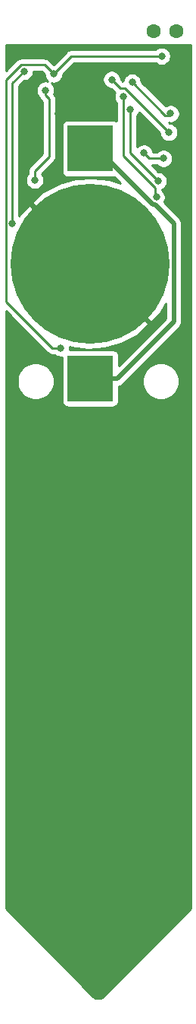
<source format=gbr>
G04 #@! TF.GenerationSoftware,KiCad,Pcbnew,(5.1.6)-1*
G04 #@! TF.CreationDate,2021-05-25T10:57:31+03:00*
G04 #@! TF.ProjectId,parasite,70617261-7369-4746-952e-6b696361645f,1.0.0*
G04 #@! TF.SameCoordinates,Original*
G04 #@! TF.FileFunction,Copper,L2,Bot*
G04 #@! TF.FilePolarity,Positive*
%FSLAX46Y46*%
G04 Gerber Fmt 4.6, Leading zero omitted, Abs format (unit mm)*
G04 Created by KiCad (PCBNEW (5.1.6)-1) date 2021-05-25 10:57:31*
%MOMM*%
%LPD*%
G01*
G04 APERTURE LIST*
G04 #@! TA.AperFunction,ComponentPad*
%ADD10C,1.600000*%
G04 #@! TD*
G04 #@! TA.AperFunction,SMDPad,CuDef*
%ADD11C,17.800000*%
G04 #@! TD*
G04 #@! TA.AperFunction,SMDPad,CuDef*
%ADD12R,5.100000X5.100000*%
G04 #@! TD*
G04 #@! TA.AperFunction,ViaPad*
%ADD13C,0.800000*%
G04 #@! TD*
G04 #@! TA.AperFunction,Conductor*
%ADD14C,0.250000*%
G04 #@! TD*
G04 #@! TA.AperFunction,Conductor*
%ADD15C,0.500000*%
G04 #@! TD*
G04 #@! TA.AperFunction,Conductor*
%ADD16C,0.254000*%
G04 #@! TD*
G04 APERTURE END LIST*
D10*
X74210000Y-29050000D03*
X76750000Y-29050000D03*
D11*
X67100000Y-54900000D03*
D12*
X67100000Y-42100000D03*
X67100000Y-67700000D03*
D13*
X68700000Y-60700000D03*
X65800000Y-61100000D03*
X74800000Y-53800000D03*
X74800000Y-54700000D03*
X71300000Y-52400000D03*
X72200000Y-52400000D03*
X63500000Y-51400000D03*
X63500000Y-50500000D03*
X63500000Y-49600000D03*
X67198744Y-55038241D03*
X64100000Y-55237500D03*
X65862500Y-55237500D03*
X63500000Y-38200000D03*
X64700000Y-38200000D03*
X65800000Y-38200000D03*
X67100000Y-38200000D03*
X67100000Y-67700000D03*
X67800000Y-67000000D03*
X68550000Y-66250000D03*
X63000000Y-33800000D03*
X75100000Y-31800000D03*
X63800000Y-64300000D03*
X62100000Y-35600000D03*
X60900000Y-45600000D03*
X58400000Y-50400000D03*
X59699999Y-33500000D03*
X71800000Y-34700000D03*
X76100000Y-38200000D03*
X69500000Y-34400000D03*
X75900000Y-40300000D03*
X69500000Y-34400000D03*
X75300000Y-43200000D03*
X73119000Y-42600000D03*
X74700000Y-45700000D03*
X71600000Y-37700000D03*
X70800000Y-36300000D03*
X74493886Y-47510431D03*
D14*
X63225000Y-38275000D02*
X63300000Y-38200000D01*
X63200000Y-38200000D02*
X64500000Y-38200000D01*
X65800000Y-38200000D02*
X67100000Y-38200000D01*
D15*
X76450001Y-61399999D02*
X76450001Y-50450001D01*
X70150000Y-67700000D02*
X76450001Y-61399999D01*
X67100000Y-67700000D02*
X70150000Y-67700000D01*
X67825453Y-42100000D02*
X67100000Y-42100000D01*
X74085885Y-48360432D02*
X67825453Y-42100000D01*
X74360432Y-48360432D02*
X74085885Y-48360432D01*
X76450001Y-50450001D02*
X74360432Y-48360432D01*
D14*
X65000000Y-31800000D02*
X75100000Y-31800000D01*
X63000000Y-33800000D02*
X65000000Y-31800000D01*
X62846998Y-64300000D02*
X63800000Y-64300000D01*
X59351998Y-32774999D02*
X57674999Y-34451998D01*
X57674999Y-59128001D02*
X62846998Y-64300000D01*
X57674999Y-34451998D02*
X57674999Y-59128001D01*
X61974999Y-32774999D02*
X59351998Y-32774999D01*
X63000000Y-33800000D02*
X61974999Y-32774999D01*
X62100000Y-36165685D02*
X62500000Y-36565685D01*
X62100000Y-35600000D02*
X62100000Y-36165685D01*
X62500000Y-36565685D02*
X62500000Y-43000000D01*
X62500000Y-43000000D02*
X60900000Y-44600000D01*
X60900000Y-44600000D02*
X60900000Y-45600000D01*
X58400000Y-34799999D02*
X58400000Y-50400000D01*
X59699999Y-33500000D02*
X58400000Y-34799999D01*
X71800000Y-34700000D02*
X75500000Y-38400000D01*
X75900000Y-38400000D02*
X76100000Y-38200000D01*
X75500000Y-38400000D02*
X75900000Y-38400000D01*
X71000001Y-35400001D02*
X75900000Y-40300000D01*
X69500000Y-34400000D02*
X69899999Y-34799999D01*
X70500001Y-35400001D02*
X69500000Y-34400000D01*
X71000001Y-35400001D02*
X70500001Y-35400001D01*
X73719000Y-43200000D02*
X73119000Y-42600000D01*
X75300000Y-43200000D02*
X73719000Y-43200000D01*
X74700000Y-45700000D02*
X71600000Y-42600000D01*
X71600000Y-42600000D02*
X71600000Y-37700000D01*
X74400000Y-47500000D02*
X74400000Y-46500000D01*
X74400000Y-46500000D02*
X70800000Y-42900000D01*
X70800000Y-42900000D02*
X70800000Y-36300000D01*
D16*
G36*
X78340001Y-126726618D02*
G01*
X68556139Y-136510479D01*
X68417802Y-136624109D01*
X68288623Y-136693375D01*
X68148451Y-136736230D01*
X68002623Y-136751043D01*
X67856695Y-136737248D01*
X67716222Y-136695371D01*
X67586563Y-136627010D01*
X67448982Y-136515599D01*
X57660000Y-126726620D01*
X57660000Y-67794731D01*
X58915870Y-67794731D01*
X58915870Y-68205269D01*
X58995962Y-68607918D01*
X59153068Y-68987206D01*
X59381151Y-69328555D01*
X59671445Y-69618849D01*
X60012794Y-69846932D01*
X60392082Y-70004038D01*
X60794731Y-70084130D01*
X61205269Y-70084130D01*
X61607918Y-70004038D01*
X61987206Y-69846932D01*
X62328555Y-69618849D01*
X62618849Y-69328555D01*
X62846932Y-68987206D01*
X63004038Y-68607918D01*
X63084130Y-68205269D01*
X63084130Y-67794731D01*
X63004038Y-67392082D01*
X62846932Y-67012794D01*
X62618849Y-66671445D01*
X62328555Y-66381151D01*
X61987206Y-66153068D01*
X61607918Y-65995962D01*
X61205269Y-65915870D01*
X60794731Y-65915870D01*
X60392082Y-65995962D01*
X60012794Y-66153068D01*
X59671445Y-66381151D01*
X59381151Y-66671445D01*
X59153068Y-67012794D01*
X58995962Y-67392082D01*
X58915870Y-67794731D01*
X57660000Y-67794731D01*
X57660000Y-60187803D01*
X62283199Y-64811003D01*
X62306997Y-64840001D01*
X62335995Y-64863799D01*
X62422721Y-64934974D01*
X62554751Y-65005546D01*
X62698012Y-65049003D01*
X62809665Y-65060000D01*
X62809674Y-65060000D01*
X62846997Y-65063676D01*
X62884320Y-65060000D01*
X63096289Y-65060000D01*
X63140226Y-65103937D01*
X63309744Y-65217205D01*
X63498102Y-65295226D01*
X63698061Y-65335000D01*
X63901939Y-65335000D01*
X63911928Y-65333013D01*
X63911928Y-70250000D01*
X63924188Y-70374482D01*
X63960498Y-70494180D01*
X64019463Y-70604494D01*
X64098815Y-70701185D01*
X64195506Y-70780537D01*
X64305820Y-70839502D01*
X64425518Y-70875812D01*
X64550000Y-70888072D01*
X69650000Y-70888072D01*
X69774482Y-70875812D01*
X69894180Y-70839502D01*
X70004494Y-70780537D01*
X70101185Y-70701185D01*
X70180537Y-70604494D01*
X70239502Y-70494180D01*
X70275812Y-70374482D01*
X70288072Y-70250000D01*
X70288072Y-68575683D01*
X70323490Y-68572195D01*
X70490313Y-68521589D01*
X70644059Y-68439411D01*
X70778817Y-68328817D01*
X70806534Y-68295044D01*
X71306847Y-67794731D01*
X72915870Y-67794731D01*
X72915870Y-68205269D01*
X72995962Y-68607918D01*
X73153068Y-68987206D01*
X73381151Y-69328555D01*
X73671445Y-69618849D01*
X74012794Y-69846932D01*
X74392082Y-70004038D01*
X74794731Y-70084130D01*
X75205269Y-70084130D01*
X75607918Y-70004038D01*
X75987206Y-69846932D01*
X76328555Y-69618849D01*
X76618849Y-69328555D01*
X76846932Y-68987206D01*
X77004038Y-68607918D01*
X77084130Y-68205269D01*
X77084130Y-67794731D01*
X77004038Y-67392082D01*
X76846932Y-67012794D01*
X76618849Y-66671445D01*
X76328555Y-66381151D01*
X75987206Y-66153068D01*
X75607918Y-65995962D01*
X75205269Y-65915870D01*
X74794731Y-65915870D01*
X74392082Y-65995962D01*
X74012794Y-66153068D01*
X73671445Y-66381151D01*
X73381151Y-66671445D01*
X73153068Y-67012794D01*
X72995962Y-67392082D01*
X72915870Y-67794731D01*
X71306847Y-67794731D01*
X77045052Y-62056527D01*
X77078818Y-62028816D01*
X77189412Y-61894058D01*
X77271590Y-61740312D01*
X77322196Y-61573489D01*
X77335001Y-61443476D01*
X77335001Y-61443468D01*
X77339282Y-61399999D01*
X77335001Y-61356530D01*
X77335001Y-50493470D01*
X77339282Y-50450001D01*
X77335001Y-50406532D01*
X77335001Y-50406524D01*
X77322196Y-50276511D01*
X77271590Y-50109688D01*
X77189412Y-49955942D01*
X77078818Y-49821184D01*
X77045050Y-49793471D01*
X75347474Y-48095896D01*
X75411091Y-48000687D01*
X75489112Y-47812329D01*
X75528886Y-47612370D01*
X75528886Y-47408492D01*
X75489112Y-47208533D01*
X75411091Y-47020175D01*
X75297823Y-46850657D01*
X75160000Y-46712834D01*
X75160000Y-46629738D01*
X75190256Y-46617205D01*
X75359774Y-46503937D01*
X75503937Y-46359774D01*
X75617205Y-46190256D01*
X75695226Y-46001898D01*
X75735000Y-45801939D01*
X75735000Y-45598061D01*
X75695226Y-45398102D01*
X75617205Y-45209744D01*
X75503937Y-45040226D01*
X75359774Y-44896063D01*
X75190256Y-44782795D01*
X75001898Y-44704774D01*
X74801939Y-44665000D01*
X74739802Y-44665000D01*
X74034802Y-43960000D01*
X74596289Y-43960000D01*
X74640226Y-44003937D01*
X74809744Y-44117205D01*
X74998102Y-44195226D01*
X75198061Y-44235000D01*
X75401939Y-44235000D01*
X75601898Y-44195226D01*
X75790256Y-44117205D01*
X75959774Y-44003937D01*
X76103937Y-43859774D01*
X76217205Y-43690256D01*
X76295226Y-43501898D01*
X76335000Y-43301939D01*
X76335000Y-43098061D01*
X76295226Y-42898102D01*
X76217205Y-42709744D01*
X76103937Y-42540226D01*
X75959774Y-42396063D01*
X75790256Y-42282795D01*
X75601898Y-42204774D01*
X75401939Y-42165000D01*
X75198061Y-42165000D01*
X74998102Y-42204774D01*
X74809744Y-42282795D01*
X74640226Y-42396063D01*
X74596289Y-42440000D01*
X74142451Y-42440000D01*
X74114226Y-42298102D01*
X74036205Y-42109744D01*
X73922937Y-41940226D01*
X73778774Y-41796063D01*
X73609256Y-41682795D01*
X73420898Y-41604774D01*
X73220939Y-41565000D01*
X73017061Y-41565000D01*
X72817102Y-41604774D01*
X72628744Y-41682795D01*
X72459226Y-41796063D01*
X72360000Y-41895289D01*
X72360000Y-38403711D01*
X72403937Y-38359774D01*
X72517205Y-38190256D01*
X72575271Y-38050073D01*
X74865000Y-40339802D01*
X74865000Y-40401939D01*
X74904774Y-40601898D01*
X74982795Y-40790256D01*
X75096063Y-40959774D01*
X75240226Y-41103937D01*
X75409744Y-41217205D01*
X75598102Y-41295226D01*
X75798061Y-41335000D01*
X76001939Y-41335000D01*
X76201898Y-41295226D01*
X76390256Y-41217205D01*
X76559774Y-41103937D01*
X76703937Y-40959774D01*
X76817205Y-40790256D01*
X76895226Y-40601898D01*
X76935000Y-40401939D01*
X76935000Y-40198061D01*
X76895226Y-39998102D01*
X76817205Y-39809744D01*
X76703937Y-39640226D01*
X76559774Y-39496063D01*
X76390256Y-39382795D01*
X76201898Y-39304774D01*
X76001939Y-39265000D01*
X75939802Y-39265000D01*
X75887887Y-39213085D01*
X75998061Y-39235000D01*
X76201939Y-39235000D01*
X76401898Y-39195226D01*
X76590256Y-39117205D01*
X76759774Y-39003937D01*
X76903937Y-38859774D01*
X77017205Y-38690256D01*
X77095226Y-38501898D01*
X77135000Y-38301939D01*
X77135000Y-38098061D01*
X77095226Y-37898102D01*
X77017205Y-37709744D01*
X76903937Y-37540226D01*
X76759774Y-37396063D01*
X76590256Y-37282795D01*
X76401898Y-37204774D01*
X76201939Y-37165000D01*
X75998061Y-37165000D01*
X75798102Y-37204774D01*
X75609744Y-37282795D01*
X75518538Y-37343736D01*
X72835000Y-34660199D01*
X72835000Y-34598061D01*
X72795226Y-34398102D01*
X72717205Y-34209744D01*
X72603937Y-34040226D01*
X72459774Y-33896063D01*
X72290256Y-33782795D01*
X72101898Y-33704774D01*
X71901939Y-33665000D01*
X71698061Y-33665000D01*
X71498102Y-33704774D01*
X71309744Y-33782795D01*
X71140226Y-33896063D01*
X70996063Y-34040226D01*
X70882795Y-34209744D01*
X70804774Y-34398102D01*
X70766305Y-34591503D01*
X70535000Y-34360199D01*
X70535000Y-34298061D01*
X70495226Y-34098102D01*
X70417205Y-33909744D01*
X70303937Y-33740226D01*
X70159774Y-33596063D01*
X69990256Y-33482795D01*
X69801898Y-33404774D01*
X69601939Y-33365000D01*
X69398061Y-33365000D01*
X69198102Y-33404774D01*
X69009744Y-33482795D01*
X68840226Y-33596063D01*
X68696063Y-33740226D01*
X68582795Y-33909744D01*
X68504774Y-34098102D01*
X68465000Y-34298061D01*
X68465000Y-34501939D01*
X68504774Y-34701898D01*
X68582795Y-34890256D01*
X68696063Y-35059774D01*
X68840226Y-35203937D01*
X69009744Y-35317205D01*
X69198102Y-35395226D01*
X69398061Y-35435000D01*
X69460199Y-35435000D01*
X69868779Y-35843581D01*
X69804774Y-35998102D01*
X69765000Y-36198061D01*
X69765000Y-36401939D01*
X69804774Y-36601898D01*
X69882795Y-36790256D01*
X69996063Y-36959774D01*
X70040001Y-37003712D01*
X70040001Y-39048602D01*
X70004494Y-39019463D01*
X69894180Y-38960498D01*
X69774482Y-38924188D01*
X69650000Y-38911928D01*
X64550000Y-38911928D01*
X64425518Y-38924188D01*
X64305820Y-38960498D01*
X64195506Y-39019463D01*
X64098815Y-39098815D01*
X64019463Y-39195506D01*
X63960498Y-39305820D01*
X63924188Y-39425518D01*
X63911928Y-39550000D01*
X63911928Y-44650000D01*
X63924188Y-44774482D01*
X63960498Y-44894180D01*
X64019463Y-45004494D01*
X64098815Y-45101185D01*
X64195506Y-45180537D01*
X64305820Y-45239502D01*
X64425518Y-45275812D01*
X64550000Y-45288072D01*
X69650000Y-45288072D01*
X69751910Y-45278035D01*
X70433997Y-45960123D01*
X69212984Y-45554762D01*
X67349218Y-45322106D01*
X65475875Y-45457522D01*
X63664946Y-45955808D01*
X61986024Y-46797814D01*
X61571590Y-47074730D01*
X60527775Y-48148170D01*
X67100000Y-54720395D01*
X67114143Y-54706253D01*
X67293748Y-54885858D01*
X67279605Y-54900000D01*
X73851830Y-61472225D01*
X74925270Y-60428410D01*
X75565001Y-59302989D01*
X75565001Y-61033420D01*
X70288072Y-66310350D01*
X70288072Y-65150000D01*
X70275812Y-65025518D01*
X70239502Y-64905820D01*
X70180537Y-64795506D01*
X70101185Y-64698815D01*
X70004494Y-64619463D01*
X69894180Y-64560498D01*
X69774482Y-64524188D01*
X69650000Y-64511928D01*
X64813122Y-64511928D01*
X64835000Y-64401939D01*
X64835000Y-64198061D01*
X64834299Y-64194538D01*
X64987016Y-64245238D01*
X66850782Y-64477894D01*
X68724125Y-64342478D01*
X70535054Y-63844192D01*
X72213976Y-63002186D01*
X72628410Y-62725270D01*
X73672225Y-61651830D01*
X67100000Y-55079605D01*
X67085858Y-55093748D01*
X66906253Y-54914143D01*
X66920395Y-54900000D01*
X60348170Y-48327775D01*
X59274730Y-49371590D01*
X59160000Y-49573424D01*
X59160000Y-35114800D01*
X59739801Y-34535000D01*
X59801938Y-34535000D01*
X60001897Y-34495226D01*
X60190255Y-34417205D01*
X60359773Y-34303937D01*
X60503936Y-34159774D01*
X60617204Y-33990256D01*
X60695225Y-33801898D01*
X60734999Y-33601939D01*
X60734999Y-33534999D01*
X61660198Y-33534999D01*
X61965000Y-33839802D01*
X61965000Y-33901939D01*
X62004774Y-34101898D01*
X62082795Y-34290256D01*
X62196063Y-34459774D01*
X62325958Y-34589669D01*
X62201939Y-34565000D01*
X61998061Y-34565000D01*
X61798102Y-34604774D01*
X61609744Y-34682795D01*
X61440226Y-34796063D01*
X61296063Y-34940226D01*
X61182795Y-35109744D01*
X61104774Y-35298102D01*
X61065000Y-35498061D01*
X61065000Y-35701939D01*
X61104774Y-35901898D01*
X61182795Y-36090256D01*
X61296063Y-36259774D01*
X61351013Y-36314724D01*
X61394454Y-36457932D01*
X61419037Y-36503921D01*
X61465026Y-36589961D01*
X61526610Y-36665000D01*
X61560000Y-36705686D01*
X61588998Y-36729484D01*
X61740000Y-36880487D01*
X61740001Y-42685197D01*
X60389003Y-44036196D01*
X60359999Y-44059999D01*
X60313052Y-44117205D01*
X60265026Y-44175724D01*
X60254602Y-44195226D01*
X60194454Y-44307754D01*
X60150997Y-44451015D01*
X60140000Y-44562668D01*
X60140000Y-44562678D01*
X60136324Y-44600000D01*
X60140000Y-44637323D01*
X60140000Y-44896289D01*
X60096063Y-44940226D01*
X59982795Y-45109744D01*
X59904774Y-45298102D01*
X59865000Y-45498061D01*
X59865000Y-45701939D01*
X59904774Y-45901898D01*
X59982795Y-46090256D01*
X60096063Y-46259774D01*
X60240226Y-46403937D01*
X60409744Y-46517205D01*
X60598102Y-46595226D01*
X60798061Y-46635000D01*
X61001939Y-46635000D01*
X61201898Y-46595226D01*
X61390256Y-46517205D01*
X61559774Y-46403937D01*
X61703937Y-46259774D01*
X61817205Y-46090256D01*
X61895226Y-45901898D01*
X61935000Y-45701939D01*
X61935000Y-45498061D01*
X61895226Y-45298102D01*
X61817205Y-45109744D01*
X61703937Y-44940226D01*
X61669256Y-44905545D01*
X63011003Y-43563799D01*
X63040001Y-43540001D01*
X63134974Y-43424276D01*
X63205546Y-43292247D01*
X63249003Y-43148986D01*
X63260000Y-43037333D01*
X63260000Y-43037325D01*
X63263676Y-43000000D01*
X63260000Y-42962675D01*
X63260000Y-36603007D01*
X63263676Y-36565684D01*
X63260000Y-36528361D01*
X63260000Y-36528352D01*
X63249003Y-36416699D01*
X63205546Y-36273438D01*
X63134974Y-36141409D01*
X63042627Y-36028883D01*
X63095226Y-35901898D01*
X63135000Y-35701939D01*
X63135000Y-35498061D01*
X63095226Y-35298102D01*
X63017205Y-35109744D01*
X62903937Y-34940226D01*
X62774042Y-34810331D01*
X62898061Y-34835000D01*
X63101939Y-34835000D01*
X63301898Y-34795226D01*
X63490256Y-34717205D01*
X63659774Y-34603937D01*
X63803937Y-34459774D01*
X63917205Y-34290256D01*
X63995226Y-34101898D01*
X64035000Y-33901939D01*
X64035000Y-33839801D01*
X65314802Y-32560000D01*
X74396289Y-32560000D01*
X74440226Y-32603937D01*
X74609744Y-32717205D01*
X74798102Y-32795226D01*
X74998061Y-32835000D01*
X75201939Y-32835000D01*
X75401898Y-32795226D01*
X75590256Y-32717205D01*
X75759774Y-32603937D01*
X75903937Y-32459774D01*
X76017205Y-32290256D01*
X76095226Y-32101898D01*
X76135000Y-31901939D01*
X76135000Y-31698061D01*
X76095226Y-31498102D01*
X76017205Y-31309744D01*
X75903937Y-31140226D01*
X75759774Y-30996063D01*
X75590256Y-30882795D01*
X75401898Y-30804774D01*
X75201939Y-30765000D01*
X74998061Y-30765000D01*
X74798102Y-30804774D01*
X74609744Y-30882795D01*
X74440226Y-30996063D01*
X74396289Y-31040000D01*
X65037322Y-31040000D01*
X64999999Y-31036324D01*
X64962676Y-31040000D01*
X64962667Y-31040000D01*
X64851014Y-31050997D01*
X64707753Y-31094454D01*
X64575723Y-31165026D01*
X64492083Y-31233668D01*
X64459999Y-31259999D01*
X64436201Y-31288997D01*
X63000000Y-32725199D01*
X62538803Y-32264001D01*
X62515000Y-32234998D01*
X62399275Y-32140025D01*
X62267246Y-32069453D01*
X62123985Y-32025996D01*
X62012332Y-32014999D01*
X62012321Y-32014999D01*
X61974999Y-32011323D01*
X61937677Y-32014999D01*
X59389323Y-32014999D01*
X59351998Y-32011323D01*
X59314673Y-32014999D01*
X59314665Y-32014999D01*
X59203012Y-32025996D01*
X59059751Y-32069453D01*
X58927722Y-32140025D01*
X58811997Y-32234998D01*
X58788199Y-32263996D01*
X57660000Y-33392196D01*
X57660000Y-30527000D01*
X78340000Y-30527000D01*
X78340001Y-126726618D01*
G37*
X78340001Y-126726618D02*
X68556139Y-136510479D01*
X68417802Y-136624109D01*
X68288623Y-136693375D01*
X68148451Y-136736230D01*
X68002623Y-136751043D01*
X67856695Y-136737248D01*
X67716222Y-136695371D01*
X67586563Y-136627010D01*
X67448982Y-136515599D01*
X57660000Y-126726620D01*
X57660000Y-67794731D01*
X58915870Y-67794731D01*
X58915870Y-68205269D01*
X58995962Y-68607918D01*
X59153068Y-68987206D01*
X59381151Y-69328555D01*
X59671445Y-69618849D01*
X60012794Y-69846932D01*
X60392082Y-70004038D01*
X60794731Y-70084130D01*
X61205269Y-70084130D01*
X61607918Y-70004038D01*
X61987206Y-69846932D01*
X62328555Y-69618849D01*
X62618849Y-69328555D01*
X62846932Y-68987206D01*
X63004038Y-68607918D01*
X63084130Y-68205269D01*
X63084130Y-67794731D01*
X63004038Y-67392082D01*
X62846932Y-67012794D01*
X62618849Y-66671445D01*
X62328555Y-66381151D01*
X61987206Y-66153068D01*
X61607918Y-65995962D01*
X61205269Y-65915870D01*
X60794731Y-65915870D01*
X60392082Y-65995962D01*
X60012794Y-66153068D01*
X59671445Y-66381151D01*
X59381151Y-66671445D01*
X59153068Y-67012794D01*
X58995962Y-67392082D01*
X58915870Y-67794731D01*
X57660000Y-67794731D01*
X57660000Y-60187803D01*
X62283199Y-64811003D01*
X62306997Y-64840001D01*
X62335995Y-64863799D01*
X62422721Y-64934974D01*
X62554751Y-65005546D01*
X62698012Y-65049003D01*
X62809665Y-65060000D01*
X62809674Y-65060000D01*
X62846997Y-65063676D01*
X62884320Y-65060000D01*
X63096289Y-65060000D01*
X63140226Y-65103937D01*
X63309744Y-65217205D01*
X63498102Y-65295226D01*
X63698061Y-65335000D01*
X63901939Y-65335000D01*
X63911928Y-65333013D01*
X63911928Y-70250000D01*
X63924188Y-70374482D01*
X63960498Y-70494180D01*
X64019463Y-70604494D01*
X64098815Y-70701185D01*
X64195506Y-70780537D01*
X64305820Y-70839502D01*
X64425518Y-70875812D01*
X64550000Y-70888072D01*
X69650000Y-70888072D01*
X69774482Y-70875812D01*
X69894180Y-70839502D01*
X70004494Y-70780537D01*
X70101185Y-70701185D01*
X70180537Y-70604494D01*
X70239502Y-70494180D01*
X70275812Y-70374482D01*
X70288072Y-70250000D01*
X70288072Y-68575683D01*
X70323490Y-68572195D01*
X70490313Y-68521589D01*
X70644059Y-68439411D01*
X70778817Y-68328817D01*
X70806534Y-68295044D01*
X71306847Y-67794731D01*
X72915870Y-67794731D01*
X72915870Y-68205269D01*
X72995962Y-68607918D01*
X73153068Y-68987206D01*
X73381151Y-69328555D01*
X73671445Y-69618849D01*
X74012794Y-69846932D01*
X74392082Y-70004038D01*
X74794731Y-70084130D01*
X75205269Y-70084130D01*
X75607918Y-70004038D01*
X75987206Y-69846932D01*
X76328555Y-69618849D01*
X76618849Y-69328555D01*
X76846932Y-68987206D01*
X77004038Y-68607918D01*
X77084130Y-68205269D01*
X77084130Y-67794731D01*
X77004038Y-67392082D01*
X76846932Y-67012794D01*
X76618849Y-66671445D01*
X76328555Y-66381151D01*
X75987206Y-66153068D01*
X75607918Y-65995962D01*
X75205269Y-65915870D01*
X74794731Y-65915870D01*
X74392082Y-65995962D01*
X74012794Y-66153068D01*
X73671445Y-66381151D01*
X73381151Y-66671445D01*
X73153068Y-67012794D01*
X72995962Y-67392082D01*
X72915870Y-67794731D01*
X71306847Y-67794731D01*
X77045052Y-62056527D01*
X77078818Y-62028816D01*
X77189412Y-61894058D01*
X77271590Y-61740312D01*
X77322196Y-61573489D01*
X77335001Y-61443476D01*
X77335001Y-61443468D01*
X77339282Y-61399999D01*
X77335001Y-61356530D01*
X77335001Y-50493470D01*
X77339282Y-50450001D01*
X77335001Y-50406532D01*
X77335001Y-50406524D01*
X77322196Y-50276511D01*
X77271590Y-50109688D01*
X77189412Y-49955942D01*
X77078818Y-49821184D01*
X77045050Y-49793471D01*
X75347474Y-48095896D01*
X75411091Y-48000687D01*
X75489112Y-47812329D01*
X75528886Y-47612370D01*
X75528886Y-47408492D01*
X75489112Y-47208533D01*
X75411091Y-47020175D01*
X75297823Y-46850657D01*
X75160000Y-46712834D01*
X75160000Y-46629738D01*
X75190256Y-46617205D01*
X75359774Y-46503937D01*
X75503937Y-46359774D01*
X75617205Y-46190256D01*
X75695226Y-46001898D01*
X75735000Y-45801939D01*
X75735000Y-45598061D01*
X75695226Y-45398102D01*
X75617205Y-45209744D01*
X75503937Y-45040226D01*
X75359774Y-44896063D01*
X75190256Y-44782795D01*
X75001898Y-44704774D01*
X74801939Y-44665000D01*
X74739802Y-44665000D01*
X74034802Y-43960000D01*
X74596289Y-43960000D01*
X74640226Y-44003937D01*
X74809744Y-44117205D01*
X74998102Y-44195226D01*
X75198061Y-44235000D01*
X75401939Y-44235000D01*
X75601898Y-44195226D01*
X75790256Y-44117205D01*
X75959774Y-44003937D01*
X76103937Y-43859774D01*
X76217205Y-43690256D01*
X76295226Y-43501898D01*
X76335000Y-43301939D01*
X76335000Y-43098061D01*
X76295226Y-42898102D01*
X76217205Y-42709744D01*
X76103937Y-42540226D01*
X75959774Y-42396063D01*
X75790256Y-42282795D01*
X75601898Y-42204774D01*
X75401939Y-42165000D01*
X75198061Y-42165000D01*
X74998102Y-42204774D01*
X74809744Y-42282795D01*
X74640226Y-42396063D01*
X74596289Y-42440000D01*
X74142451Y-42440000D01*
X74114226Y-42298102D01*
X74036205Y-42109744D01*
X73922937Y-41940226D01*
X73778774Y-41796063D01*
X73609256Y-41682795D01*
X73420898Y-41604774D01*
X73220939Y-41565000D01*
X73017061Y-41565000D01*
X72817102Y-41604774D01*
X72628744Y-41682795D01*
X72459226Y-41796063D01*
X72360000Y-41895289D01*
X72360000Y-38403711D01*
X72403937Y-38359774D01*
X72517205Y-38190256D01*
X72575271Y-38050073D01*
X74865000Y-40339802D01*
X74865000Y-40401939D01*
X74904774Y-40601898D01*
X74982795Y-40790256D01*
X75096063Y-40959774D01*
X75240226Y-41103937D01*
X75409744Y-41217205D01*
X75598102Y-41295226D01*
X75798061Y-41335000D01*
X76001939Y-41335000D01*
X76201898Y-41295226D01*
X76390256Y-41217205D01*
X76559774Y-41103937D01*
X76703937Y-40959774D01*
X76817205Y-40790256D01*
X76895226Y-40601898D01*
X76935000Y-40401939D01*
X76935000Y-40198061D01*
X76895226Y-39998102D01*
X76817205Y-39809744D01*
X76703937Y-39640226D01*
X76559774Y-39496063D01*
X76390256Y-39382795D01*
X76201898Y-39304774D01*
X76001939Y-39265000D01*
X75939802Y-39265000D01*
X75887887Y-39213085D01*
X75998061Y-39235000D01*
X76201939Y-39235000D01*
X76401898Y-39195226D01*
X76590256Y-39117205D01*
X76759774Y-39003937D01*
X76903937Y-38859774D01*
X77017205Y-38690256D01*
X77095226Y-38501898D01*
X77135000Y-38301939D01*
X77135000Y-38098061D01*
X77095226Y-37898102D01*
X77017205Y-37709744D01*
X76903937Y-37540226D01*
X76759774Y-37396063D01*
X76590256Y-37282795D01*
X76401898Y-37204774D01*
X76201939Y-37165000D01*
X75998061Y-37165000D01*
X75798102Y-37204774D01*
X75609744Y-37282795D01*
X75518538Y-37343736D01*
X72835000Y-34660199D01*
X72835000Y-34598061D01*
X72795226Y-34398102D01*
X72717205Y-34209744D01*
X72603937Y-34040226D01*
X72459774Y-33896063D01*
X72290256Y-33782795D01*
X72101898Y-33704774D01*
X71901939Y-33665000D01*
X71698061Y-33665000D01*
X71498102Y-33704774D01*
X71309744Y-33782795D01*
X71140226Y-33896063D01*
X70996063Y-34040226D01*
X70882795Y-34209744D01*
X70804774Y-34398102D01*
X70766305Y-34591503D01*
X70535000Y-34360199D01*
X70535000Y-34298061D01*
X70495226Y-34098102D01*
X70417205Y-33909744D01*
X70303937Y-33740226D01*
X70159774Y-33596063D01*
X69990256Y-33482795D01*
X69801898Y-33404774D01*
X69601939Y-33365000D01*
X69398061Y-33365000D01*
X69198102Y-33404774D01*
X69009744Y-33482795D01*
X68840226Y-33596063D01*
X68696063Y-33740226D01*
X68582795Y-33909744D01*
X68504774Y-34098102D01*
X68465000Y-34298061D01*
X68465000Y-34501939D01*
X68504774Y-34701898D01*
X68582795Y-34890256D01*
X68696063Y-35059774D01*
X68840226Y-35203937D01*
X69009744Y-35317205D01*
X69198102Y-35395226D01*
X69398061Y-35435000D01*
X69460199Y-35435000D01*
X69868779Y-35843581D01*
X69804774Y-35998102D01*
X69765000Y-36198061D01*
X69765000Y-36401939D01*
X69804774Y-36601898D01*
X69882795Y-36790256D01*
X69996063Y-36959774D01*
X70040001Y-37003712D01*
X70040001Y-39048602D01*
X70004494Y-39019463D01*
X69894180Y-38960498D01*
X69774482Y-38924188D01*
X69650000Y-38911928D01*
X64550000Y-38911928D01*
X64425518Y-38924188D01*
X64305820Y-38960498D01*
X64195506Y-39019463D01*
X64098815Y-39098815D01*
X64019463Y-39195506D01*
X63960498Y-39305820D01*
X63924188Y-39425518D01*
X63911928Y-39550000D01*
X63911928Y-44650000D01*
X63924188Y-44774482D01*
X63960498Y-44894180D01*
X64019463Y-45004494D01*
X64098815Y-45101185D01*
X64195506Y-45180537D01*
X64305820Y-45239502D01*
X64425518Y-45275812D01*
X64550000Y-45288072D01*
X69650000Y-45288072D01*
X69751910Y-45278035D01*
X70433997Y-45960123D01*
X69212984Y-45554762D01*
X67349218Y-45322106D01*
X65475875Y-45457522D01*
X63664946Y-45955808D01*
X61986024Y-46797814D01*
X61571590Y-47074730D01*
X60527775Y-48148170D01*
X67100000Y-54720395D01*
X67114143Y-54706253D01*
X67293748Y-54885858D01*
X67279605Y-54900000D01*
X73851830Y-61472225D01*
X74925270Y-60428410D01*
X75565001Y-59302989D01*
X75565001Y-61033420D01*
X70288072Y-66310350D01*
X70288072Y-65150000D01*
X70275812Y-65025518D01*
X70239502Y-64905820D01*
X70180537Y-64795506D01*
X70101185Y-64698815D01*
X70004494Y-64619463D01*
X69894180Y-64560498D01*
X69774482Y-64524188D01*
X69650000Y-64511928D01*
X64813122Y-64511928D01*
X64835000Y-64401939D01*
X64835000Y-64198061D01*
X64834299Y-64194538D01*
X64987016Y-64245238D01*
X66850782Y-64477894D01*
X68724125Y-64342478D01*
X70535054Y-63844192D01*
X72213976Y-63002186D01*
X72628410Y-62725270D01*
X73672225Y-61651830D01*
X67100000Y-55079605D01*
X67085858Y-55093748D01*
X66906253Y-54914143D01*
X66920395Y-54900000D01*
X60348170Y-48327775D01*
X59274730Y-49371590D01*
X59160000Y-49573424D01*
X59160000Y-35114800D01*
X59739801Y-34535000D01*
X59801938Y-34535000D01*
X60001897Y-34495226D01*
X60190255Y-34417205D01*
X60359773Y-34303937D01*
X60503936Y-34159774D01*
X60617204Y-33990256D01*
X60695225Y-33801898D01*
X60734999Y-33601939D01*
X60734999Y-33534999D01*
X61660198Y-33534999D01*
X61965000Y-33839802D01*
X61965000Y-33901939D01*
X62004774Y-34101898D01*
X62082795Y-34290256D01*
X62196063Y-34459774D01*
X62325958Y-34589669D01*
X62201939Y-34565000D01*
X61998061Y-34565000D01*
X61798102Y-34604774D01*
X61609744Y-34682795D01*
X61440226Y-34796063D01*
X61296063Y-34940226D01*
X61182795Y-35109744D01*
X61104774Y-35298102D01*
X61065000Y-35498061D01*
X61065000Y-35701939D01*
X61104774Y-35901898D01*
X61182795Y-36090256D01*
X61296063Y-36259774D01*
X61351013Y-36314724D01*
X61394454Y-36457932D01*
X61419037Y-36503921D01*
X61465026Y-36589961D01*
X61526610Y-36665000D01*
X61560000Y-36705686D01*
X61588998Y-36729484D01*
X61740000Y-36880487D01*
X61740001Y-42685197D01*
X60389003Y-44036196D01*
X60359999Y-44059999D01*
X60313052Y-44117205D01*
X60265026Y-44175724D01*
X60254602Y-44195226D01*
X60194454Y-44307754D01*
X60150997Y-44451015D01*
X60140000Y-44562668D01*
X60140000Y-44562678D01*
X60136324Y-44600000D01*
X60140000Y-44637323D01*
X60140000Y-44896289D01*
X60096063Y-44940226D01*
X59982795Y-45109744D01*
X59904774Y-45298102D01*
X59865000Y-45498061D01*
X59865000Y-45701939D01*
X59904774Y-45901898D01*
X59982795Y-46090256D01*
X60096063Y-46259774D01*
X60240226Y-46403937D01*
X60409744Y-46517205D01*
X60598102Y-46595226D01*
X60798061Y-46635000D01*
X61001939Y-46635000D01*
X61201898Y-46595226D01*
X61390256Y-46517205D01*
X61559774Y-46403937D01*
X61703937Y-46259774D01*
X61817205Y-46090256D01*
X61895226Y-45901898D01*
X61935000Y-45701939D01*
X61935000Y-45498061D01*
X61895226Y-45298102D01*
X61817205Y-45109744D01*
X61703937Y-44940226D01*
X61669256Y-44905545D01*
X63011003Y-43563799D01*
X63040001Y-43540001D01*
X63134974Y-43424276D01*
X63205546Y-43292247D01*
X63249003Y-43148986D01*
X63260000Y-43037333D01*
X63260000Y-43037325D01*
X63263676Y-43000000D01*
X63260000Y-42962675D01*
X63260000Y-36603007D01*
X63263676Y-36565684D01*
X63260000Y-36528361D01*
X63260000Y-36528352D01*
X63249003Y-36416699D01*
X63205546Y-36273438D01*
X63134974Y-36141409D01*
X63042627Y-36028883D01*
X63095226Y-35901898D01*
X63135000Y-35701939D01*
X63135000Y-35498061D01*
X63095226Y-35298102D01*
X63017205Y-35109744D01*
X62903937Y-34940226D01*
X62774042Y-34810331D01*
X62898061Y-34835000D01*
X63101939Y-34835000D01*
X63301898Y-34795226D01*
X63490256Y-34717205D01*
X63659774Y-34603937D01*
X63803937Y-34459774D01*
X63917205Y-34290256D01*
X63995226Y-34101898D01*
X64035000Y-33901939D01*
X64035000Y-33839801D01*
X65314802Y-32560000D01*
X74396289Y-32560000D01*
X74440226Y-32603937D01*
X74609744Y-32717205D01*
X74798102Y-32795226D01*
X74998061Y-32835000D01*
X75201939Y-32835000D01*
X75401898Y-32795226D01*
X75590256Y-32717205D01*
X75759774Y-32603937D01*
X75903937Y-32459774D01*
X76017205Y-32290256D01*
X76095226Y-32101898D01*
X76135000Y-31901939D01*
X76135000Y-31698061D01*
X76095226Y-31498102D01*
X76017205Y-31309744D01*
X75903937Y-31140226D01*
X75759774Y-30996063D01*
X75590256Y-30882795D01*
X75401898Y-30804774D01*
X75201939Y-30765000D01*
X74998061Y-30765000D01*
X74798102Y-30804774D01*
X74609744Y-30882795D01*
X74440226Y-30996063D01*
X74396289Y-31040000D01*
X65037322Y-31040000D01*
X64999999Y-31036324D01*
X64962676Y-31040000D01*
X64962667Y-31040000D01*
X64851014Y-31050997D01*
X64707753Y-31094454D01*
X64575723Y-31165026D01*
X64492083Y-31233668D01*
X64459999Y-31259999D01*
X64436201Y-31288997D01*
X63000000Y-32725199D01*
X62538803Y-32264001D01*
X62515000Y-32234998D01*
X62399275Y-32140025D01*
X62267246Y-32069453D01*
X62123985Y-32025996D01*
X62012332Y-32014999D01*
X62012321Y-32014999D01*
X61974999Y-32011323D01*
X61937677Y-32014999D01*
X59389323Y-32014999D01*
X59351998Y-32011323D01*
X59314673Y-32014999D01*
X59314665Y-32014999D01*
X59203012Y-32025996D01*
X59059751Y-32069453D01*
X58927722Y-32140025D01*
X58811997Y-32234998D01*
X58788199Y-32263996D01*
X57660000Y-33392196D01*
X57660000Y-30527000D01*
X78340000Y-30527000D01*
X78340001Y-126726618D01*
M02*

</source>
